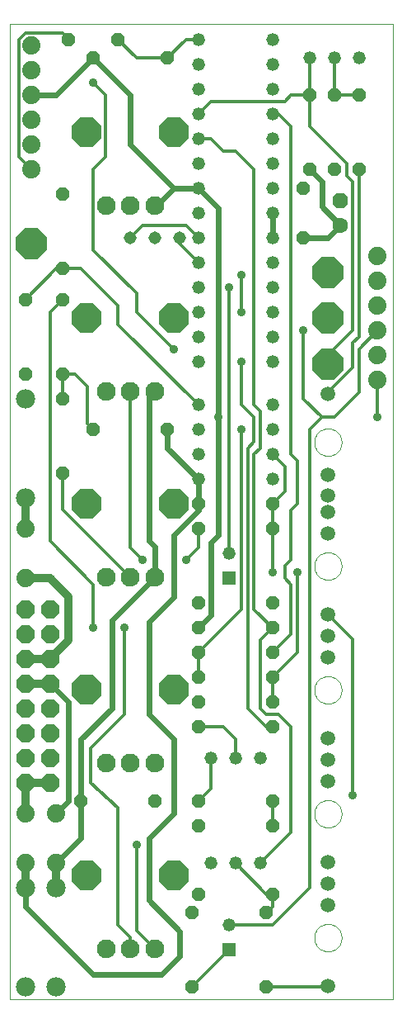
<source format=gtl>
G75*
%MOIN*%
%OFA0B0*%
%FSLAX24Y24*%
%IPPOS*%
%LPD*%
%AMOC8*
5,1,8,0,0,1.08239X$1,22.5*
%
%ADD10C,0.0000*%
%ADD11C,0.0520*%
%ADD12OC8,0.0520*%
%ADD13C,0.0594*%
%ADD14C,0.0760*%
%ADD15OC8,0.1181*%
%ADD16OC8,0.1266*%
%ADD17C,0.0515*%
%ADD18C,0.0740*%
%ADD19C,0.0780*%
%ADD20OC8,0.0740*%
%ADD21OC8,0.0630*%
%ADD22C,0.0630*%
%ADD23R,0.0520X0.0520*%
%ADD24OC8,0.1240*%
%ADD25C,0.0320*%
%ADD26C,0.0240*%
%ADD27C,0.0120*%
%ADD28C,0.0356*%
D10*
X003378Y002393D02*
X018885Y002393D01*
X018885Y041763D01*
X003378Y041763D01*
X003378Y002393D01*
X015709Y004893D02*
X015711Y004940D01*
X015717Y004986D01*
X015727Y005032D01*
X015740Y005077D01*
X015758Y005120D01*
X015779Y005162D01*
X015803Y005202D01*
X015831Y005239D01*
X015862Y005274D01*
X015896Y005307D01*
X015932Y005336D01*
X015971Y005362D01*
X016012Y005385D01*
X016055Y005404D01*
X016099Y005420D01*
X016144Y005432D01*
X016190Y005440D01*
X016237Y005444D01*
X016283Y005444D01*
X016330Y005440D01*
X016376Y005432D01*
X016421Y005420D01*
X016465Y005404D01*
X016508Y005385D01*
X016549Y005362D01*
X016588Y005336D01*
X016624Y005307D01*
X016658Y005274D01*
X016689Y005239D01*
X016717Y005202D01*
X016741Y005162D01*
X016762Y005120D01*
X016780Y005077D01*
X016793Y005032D01*
X016803Y004986D01*
X016809Y004940D01*
X016811Y004893D01*
X016809Y004846D01*
X016803Y004800D01*
X016793Y004754D01*
X016780Y004709D01*
X016762Y004666D01*
X016741Y004624D01*
X016717Y004584D01*
X016689Y004547D01*
X016658Y004512D01*
X016624Y004479D01*
X016588Y004450D01*
X016549Y004424D01*
X016508Y004401D01*
X016465Y004382D01*
X016421Y004366D01*
X016376Y004354D01*
X016330Y004346D01*
X016283Y004342D01*
X016237Y004342D01*
X016190Y004346D01*
X016144Y004354D01*
X016099Y004366D01*
X016055Y004382D01*
X016012Y004401D01*
X015971Y004424D01*
X015932Y004450D01*
X015896Y004479D01*
X015862Y004512D01*
X015831Y004547D01*
X015803Y004584D01*
X015779Y004624D01*
X015758Y004666D01*
X015740Y004709D01*
X015727Y004754D01*
X015717Y004800D01*
X015711Y004846D01*
X015709Y004893D01*
X015709Y009893D02*
X015711Y009940D01*
X015717Y009986D01*
X015727Y010032D01*
X015740Y010077D01*
X015758Y010120D01*
X015779Y010162D01*
X015803Y010202D01*
X015831Y010239D01*
X015862Y010274D01*
X015896Y010307D01*
X015932Y010336D01*
X015971Y010362D01*
X016012Y010385D01*
X016055Y010404D01*
X016099Y010420D01*
X016144Y010432D01*
X016190Y010440D01*
X016237Y010444D01*
X016283Y010444D01*
X016330Y010440D01*
X016376Y010432D01*
X016421Y010420D01*
X016465Y010404D01*
X016508Y010385D01*
X016549Y010362D01*
X016588Y010336D01*
X016624Y010307D01*
X016658Y010274D01*
X016689Y010239D01*
X016717Y010202D01*
X016741Y010162D01*
X016762Y010120D01*
X016780Y010077D01*
X016793Y010032D01*
X016803Y009986D01*
X016809Y009940D01*
X016811Y009893D01*
X016809Y009846D01*
X016803Y009800D01*
X016793Y009754D01*
X016780Y009709D01*
X016762Y009666D01*
X016741Y009624D01*
X016717Y009584D01*
X016689Y009547D01*
X016658Y009512D01*
X016624Y009479D01*
X016588Y009450D01*
X016549Y009424D01*
X016508Y009401D01*
X016465Y009382D01*
X016421Y009366D01*
X016376Y009354D01*
X016330Y009346D01*
X016283Y009342D01*
X016237Y009342D01*
X016190Y009346D01*
X016144Y009354D01*
X016099Y009366D01*
X016055Y009382D01*
X016012Y009401D01*
X015971Y009424D01*
X015932Y009450D01*
X015896Y009479D01*
X015862Y009512D01*
X015831Y009547D01*
X015803Y009584D01*
X015779Y009624D01*
X015758Y009666D01*
X015740Y009709D01*
X015727Y009754D01*
X015717Y009800D01*
X015711Y009846D01*
X015709Y009893D01*
X015709Y014893D02*
X015711Y014940D01*
X015717Y014986D01*
X015727Y015032D01*
X015740Y015077D01*
X015758Y015120D01*
X015779Y015162D01*
X015803Y015202D01*
X015831Y015239D01*
X015862Y015274D01*
X015896Y015307D01*
X015932Y015336D01*
X015971Y015362D01*
X016012Y015385D01*
X016055Y015404D01*
X016099Y015420D01*
X016144Y015432D01*
X016190Y015440D01*
X016237Y015444D01*
X016283Y015444D01*
X016330Y015440D01*
X016376Y015432D01*
X016421Y015420D01*
X016465Y015404D01*
X016508Y015385D01*
X016549Y015362D01*
X016588Y015336D01*
X016624Y015307D01*
X016658Y015274D01*
X016689Y015239D01*
X016717Y015202D01*
X016741Y015162D01*
X016762Y015120D01*
X016780Y015077D01*
X016793Y015032D01*
X016803Y014986D01*
X016809Y014940D01*
X016811Y014893D01*
X016809Y014846D01*
X016803Y014800D01*
X016793Y014754D01*
X016780Y014709D01*
X016762Y014666D01*
X016741Y014624D01*
X016717Y014584D01*
X016689Y014547D01*
X016658Y014512D01*
X016624Y014479D01*
X016588Y014450D01*
X016549Y014424D01*
X016508Y014401D01*
X016465Y014382D01*
X016421Y014366D01*
X016376Y014354D01*
X016330Y014346D01*
X016283Y014342D01*
X016237Y014342D01*
X016190Y014346D01*
X016144Y014354D01*
X016099Y014366D01*
X016055Y014382D01*
X016012Y014401D01*
X015971Y014424D01*
X015932Y014450D01*
X015896Y014479D01*
X015862Y014512D01*
X015831Y014547D01*
X015803Y014584D01*
X015779Y014624D01*
X015758Y014666D01*
X015740Y014709D01*
X015727Y014754D01*
X015717Y014800D01*
X015711Y014846D01*
X015709Y014893D01*
X015709Y019893D02*
X015711Y019940D01*
X015717Y019986D01*
X015727Y020032D01*
X015740Y020077D01*
X015758Y020120D01*
X015779Y020162D01*
X015803Y020202D01*
X015831Y020239D01*
X015862Y020274D01*
X015896Y020307D01*
X015932Y020336D01*
X015971Y020362D01*
X016012Y020385D01*
X016055Y020404D01*
X016099Y020420D01*
X016144Y020432D01*
X016190Y020440D01*
X016237Y020444D01*
X016283Y020444D01*
X016330Y020440D01*
X016376Y020432D01*
X016421Y020420D01*
X016465Y020404D01*
X016508Y020385D01*
X016549Y020362D01*
X016588Y020336D01*
X016624Y020307D01*
X016658Y020274D01*
X016689Y020239D01*
X016717Y020202D01*
X016741Y020162D01*
X016762Y020120D01*
X016780Y020077D01*
X016793Y020032D01*
X016803Y019986D01*
X016809Y019940D01*
X016811Y019893D01*
X016809Y019846D01*
X016803Y019800D01*
X016793Y019754D01*
X016780Y019709D01*
X016762Y019666D01*
X016741Y019624D01*
X016717Y019584D01*
X016689Y019547D01*
X016658Y019512D01*
X016624Y019479D01*
X016588Y019450D01*
X016549Y019424D01*
X016508Y019401D01*
X016465Y019382D01*
X016421Y019366D01*
X016376Y019354D01*
X016330Y019346D01*
X016283Y019342D01*
X016237Y019342D01*
X016190Y019346D01*
X016144Y019354D01*
X016099Y019366D01*
X016055Y019382D01*
X016012Y019401D01*
X015971Y019424D01*
X015932Y019450D01*
X015896Y019479D01*
X015862Y019512D01*
X015831Y019547D01*
X015803Y019584D01*
X015779Y019624D01*
X015758Y019666D01*
X015740Y019709D01*
X015727Y019754D01*
X015717Y019800D01*
X015711Y019846D01*
X015709Y019893D01*
X015709Y024893D02*
X015711Y024940D01*
X015717Y024986D01*
X015727Y025032D01*
X015740Y025077D01*
X015758Y025120D01*
X015779Y025162D01*
X015803Y025202D01*
X015831Y025239D01*
X015862Y025274D01*
X015896Y025307D01*
X015932Y025336D01*
X015971Y025362D01*
X016012Y025385D01*
X016055Y025404D01*
X016099Y025420D01*
X016144Y025432D01*
X016190Y025440D01*
X016237Y025444D01*
X016283Y025444D01*
X016330Y025440D01*
X016376Y025432D01*
X016421Y025420D01*
X016465Y025404D01*
X016508Y025385D01*
X016549Y025362D01*
X016588Y025336D01*
X016624Y025307D01*
X016658Y025274D01*
X016689Y025239D01*
X016717Y025202D01*
X016741Y025162D01*
X016762Y025120D01*
X016780Y025077D01*
X016793Y025032D01*
X016803Y024986D01*
X016809Y024940D01*
X016811Y024893D01*
X016809Y024846D01*
X016803Y024800D01*
X016793Y024754D01*
X016780Y024709D01*
X016762Y024666D01*
X016741Y024624D01*
X016717Y024584D01*
X016689Y024547D01*
X016658Y024512D01*
X016624Y024479D01*
X016588Y024450D01*
X016549Y024424D01*
X016508Y024401D01*
X016465Y024382D01*
X016421Y024366D01*
X016376Y024354D01*
X016330Y024346D01*
X016283Y024342D01*
X016237Y024342D01*
X016190Y024346D01*
X016144Y024354D01*
X016099Y024366D01*
X016055Y024382D01*
X016012Y024401D01*
X015971Y024424D01*
X015932Y024450D01*
X015896Y024479D01*
X015862Y024512D01*
X015831Y024547D01*
X015803Y024584D01*
X015779Y024624D01*
X015758Y024666D01*
X015740Y024709D01*
X015727Y024754D01*
X015717Y024800D01*
X015711Y024846D01*
X015709Y024893D01*
D11*
X014010Y024393D03*
X014010Y023393D03*
X014010Y025393D03*
X014010Y026393D03*
X014010Y028143D03*
X014010Y029143D03*
X014010Y030143D03*
X014010Y031143D03*
X014010Y032143D03*
X014010Y033143D03*
X014010Y034143D03*
X014010Y035143D03*
X014010Y036143D03*
X014010Y037143D03*
X014010Y038143D03*
X014010Y039143D03*
X014010Y040143D03*
X014010Y041143D03*
X015510Y040393D03*
X016510Y040393D03*
X017510Y040393D03*
X011010Y040143D03*
X011010Y039143D03*
X011010Y038143D03*
X011010Y037143D03*
X011010Y036143D03*
X011010Y035143D03*
X011010Y034143D03*
X011010Y033143D03*
X011010Y032143D03*
X011010Y031143D03*
X011010Y030143D03*
X011010Y029143D03*
X011010Y028143D03*
X011010Y026393D03*
X011010Y025393D03*
X011010Y024393D03*
X011010Y023393D03*
X012260Y020393D03*
X012510Y012143D03*
X013510Y012143D03*
X011510Y012143D03*
X011510Y007893D03*
X012510Y007893D03*
X013510Y007893D03*
X012260Y005393D03*
X011010Y041143D03*
D12*
X009760Y040393D03*
X007760Y041143D03*
X006760Y040393D03*
X005760Y041143D03*
X005510Y034893D03*
X005510Y031893D03*
X005510Y030643D03*
X005510Y027643D03*
X005510Y026643D03*
X006760Y025393D03*
X005510Y023643D03*
X004010Y027643D03*
X004010Y030643D03*
X009760Y025393D03*
X011010Y022393D03*
X011010Y021393D03*
X011010Y018393D03*
X011010Y017393D03*
X011010Y016393D03*
X011010Y015393D03*
X011010Y014393D03*
X011010Y013393D03*
X011010Y010393D03*
X011010Y009393D03*
X011010Y006643D03*
X010760Y005893D03*
X010760Y002893D03*
X013760Y002893D03*
X013760Y005893D03*
X014010Y006643D03*
X014010Y009393D03*
X014010Y010393D03*
X014010Y013393D03*
X014010Y014393D03*
X014010Y015393D03*
X014010Y016393D03*
X014010Y017393D03*
X014010Y018393D03*
X014010Y021393D03*
X014010Y022393D03*
X015260Y033143D03*
X015260Y035143D03*
X015510Y035893D03*
X016510Y035893D03*
X017510Y035893D03*
X017510Y038893D03*
X016510Y038893D03*
X015510Y038893D03*
X009260Y010393D03*
X006260Y010393D03*
D13*
X016260Y011224D03*
X016260Y012059D03*
X016260Y012956D03*
X016260Y016224D03*
X016260Y017059D03*
X016260Y017956D03*
X016260Y021224D03*
X016260Y022059D03*
X016260Y022728D03*
X016260Y023563D03*
X016260Y026830D03*
X016260Y007956D03*
X016260Y007059D03*
X016260Y006224D03*
X016260Y002956D03*
D14*
X009244Y004441D03*
X008260Y004441D03*
X007275Y004441D03*
X007275Y011941D03*
X008260Y011941D03*
X009244Y011941D03*
X009244Y019441D03*
X008260Y019441D03*
X007275Y019441D03*
X007275Y026941D03*
X008260Y026941D03*
X009244Y026941D03*
X009244Y034441D03*
X008260Y034441D03*
X007275Y034441D03*
D15*
X006488Y037393D03*
X006488Y029893D03*
X010031Y029893D03*
X010031Y037393D03*
X010031Y022393D03*
X006488Y022393D03*
X006488Y014893D03*
X010031Y014893D03*
X010031Y007393D03*
X006488Y007393D03*
D16*
X016260Y028043D03*
X016260Y029893D03*
X016260Y031743D03*
D17*
X010260Y033143D03*
X009260Y033143D03*
X008260Y033143D03*
D18*
X004260Y035893D03*
X004260Y036893D03*
X004260Y037893D03*
X004260Y038893D03*
X004260Y039893D03*
X004260Y040893D03*
X004010Y021393D03*
X004010Y019393D03*
X004010Y009893D03*
X004010Y007893D03*
X005260Y007893D03*
X005260Y009893D03*
X018260Y027393D03*
X018260Y028393D03*
X018260Y029393D03*
X018260Y030393D03*
X018260Y031393D03*
X018260Y032393D03*
D19*
X005260Y006893D03*
X004010Y006893D03*
X004010Y002893D03*
X005260Y002893D03*
X004010Y022643D03*
X004010Y026643D03*
D20*
X004010Y018143D03*
X004010Y017143D03*
X004010Y016143D03*
X004010Y015143D03*
X004010Y014143D03*
X004010Y013143D03*
X004010Y012143D03*
X004010Y011143D03*
X005010Y011143D03*
X005010Y012143D03*
X005010Y013143D03*
X005010Y014143D03*
X005010Y015143D03*
X005010Y016143D03*
X005010Y017143D03*
X005010Y018143D03*
D21*
X016760Y034643D03*
D22*
X016760Y033643D03*
D23*
X012260Y019393D03*
X012260Y004393D03*
D24*
X004260Y032893D03*
D25*
X004010Y022643D02*
X004010Y021393D01*
X004010Y019393D02*
X005010Y019393D01*
X005760Y018643D01*
X005760Y016893D01*
X005010Y016143D01*
X004010Y016143D01*
X004010Y015143D02*
X005010Y015143D01*
X005010Y011143D02*
X004010Y011143D01*
X004010Y009893D01*
X004010Y007893D02*
X004010Y006893D01*
X005260Y006893D02*
X005260Y007893D01*
D26*
X006260Y008893D01*
X006260Y010393D01*
X006260Y012893D01*
X007510Y014143D01*
X007510Y017706D01*
X009244Y019441D01*
X009244Y020659D01*
X009010Y020893D01*
X009010Y026706D01*
X009244Y026941D01*
X009760Y025393D02*
X009760Y024643D01*
X011010Y023393D01*
X011010Y022393D01*
X011010Y022143D01*
X010010Y021143D01*
X010010Y018643D01*
X009010Y017643D01*
X009010Y013893D01*
X010010Y012893D01*
X010010Y009893D01*
X009010Y008893D01*
X009010Y006393D01*
X010260Y005143D01*
X010260Y004143D01*
X009510Y003393D01*
X006760Y003393D01*
X004010Y006143D01*
X004010Y006893D01*
X005260Y009893D02*
X005760Y010393D01*
X005760Y014393D01*
X005010Y015143D01*
X011010Y017393D02*
X011510Y017893D01*
X011510Y020843D01*
X011810Y021143D01*
X011810Y025893D01*
X011810Y034343D01*
X011010Y035143D01*
X010010Y035143D01*
X009307Y034441D01*
X009244Y034441D01*
X010010Y035143D02*
X008260Y036893D01*
X008260Y038893D01*
X006760Y040393D01*
X005260Y038893D01*
X004260Y038893D01*
X014010Y034143D02*
X014010Y033143D01*
X015260Y033143D02*
X016260Y033143D01*
X016760Y033643D01*
X016010Y034393D01*
X016010Y035393D01*
X015510Y035893D01*
D27*
X017010Y036143D02*
X015510Y037643D01*
X015510Y038893D01*
X014760Y038893D01*
X014510Y038643D01*
X011510Y038643D01*
X011010Y038143D01*
X011010Y037143D02*
X011510Y037143D01*
X012010Y036643D01*
X012510Y036643D01*
X013260Y035893D01*
X013260Y026393D01*
X013510Y026143D01*
X013510Y024643D01*
X013260Y024393D01*
X013260Y018143D01*
X014010Y017393D01*
X013510Y016893D01*
X013510Y014143D01*
X013760Y013893D01*
X014260Y013893D01*
X014760Y013393D01*
X014760Y009143D01*
X013510Y007893D01*
X012510Y007893D02*
X013760Y006643D01*
X014010Y006643D01*
X014010Y006143D01*
X013760Y005893D01*
X014010Y005393D02*
X012260Y005393D01*
X012260Y004393D02*
X010760Y002893D01*
X009244Y004441D02*
X008510Y005175D01*
X008510Y008643D01*
X007760Y010143D02*
X006660Y011143D01*
X006660Y012543D01*
X008010Y013893D01*
X008010Y017393D01*
X008260Y019441D02*
X005510Y022191D01*
X005510Y023643D01*
X006760Y025393D02*
X006510Y025643D01*
X006510Y027143D01*
X006010Y027643D01*
X005510Y027643D01*
X005510Y026643D01*
X005010Y030143D02*
X005510Y030643D01*
X005010Y030143D02*
X005010Y020893D01*
X006760Y019143D01*
X006760Y017393D01*
X008760Y020143D02*
X008260Y020643D01*
X008260Y026941D01*
X007760Y029643D02*
X011010Y026393D01*
X010010Y028643D02*
X008510Y030143D01*
X008510Y030893D01*
X006760Y032643D01*
X006760Y035893D01*
X007260Y036393D01*
X007260Y038893D01*
X006760Y039393D01*
X008510Y040393D02*
X007760Y041143D01*
X008510Y040393D02*
X009760Y040393D01*
X010510Y041143D01*
X011010Y041143D01*
X014010Y038143D02*
X014260Y038143D01*
X014760Y037643D01*
X014760Y024393D01*
X015010Y024143D01*
X015010Y022393D01*
X014760Y022143D01*
X014760Y020143D01*
X014510Y019893D01*
X014510Y019393D01*
X014760Y019143D01*
X014760Y017143D01*
X014010Y016393D01*
X015010Y016393D02*
X014010Y015393D01*
X014010Y014393D01*
X014010Y013393D02*
X013760Y013393D01*
X013010Y014143D01*
X013010Y024643D01*
X013260Y024893D01*
X013260Y025893D01*
X012760Y026393D01*
X012760Y028143D01*
X012760Y030143D02*
X012760Y031643D01*
X012260Y031143D02*
X012260Y020393D01*
X012760Y018143D02*
X011010Y016393D01*
X011010Y015393D01*
X011010Y013393D02*
X012010Y013393D01*
X012510Y012893D01*
X012510Y012143D01*
X011510Y012143D02*
X011510Y010893D01*
X011010Y010393D01*
X007760Y005393D02*
X008260Y004893D01*
X008260Y004441D01*
X007760Y005393D02*
X007760Y010143D01*
X010510Y020143D02*
X011010Y020643D01*
X011010Y021393D01*
X012760Y018143D02*
X012760Y025393D01*
X014010Y024393D02*
X014510Y023893D01*
X014510Y022893D01*
X014010Y022393D01*
X014010Y021393D01*
X014010Y019643D01*
X015010Y019643D02*
X015010Y016393D01*
X016260Y017956D02*
X017260Y016956D01*
X017260Y010643D01*
X015510Y006893D02*
X014010Y005393D01*
X013760Y002893D02*
X016073Y002893D01*
X016260Y002956D01*
X015510Y006893D02*
X015510Y025393D01*
X016010Y025893D01*
X015260Y026643D01*
X015260Y029393D01*
X016260Y028393D02*
X016260Y028043D01*
X016260Y028393D02*
X017260Y029393D01*
X017260Y035393D01*
X017010Y035643D01*
X017010Y036143D01*
X017510Y035893D02*
X017510Y029143D01*
X017260Y028893D01*
X017260Y027893D01*
X016260Y026893D01*
X016260Y026830D01*
X016510Y025893D02*
X016010Y025893D01*
X016510Y025893D02*
X017510Y026893D01*
X017510Y028643D01*
X018260Y029393D01*
X018260Y027393D02*
X018260Y025893D01*
X017510Y038893D02*
X016510Y038893D01*
X016510Y040393D01*
X015510Y040393D02*
X015510Y038893D01*
X010510Y033643D02*
X011010Y033143D01*
X010510Y033643D02*
X008760Y033643D01*
X008260Y033143D01*
X006260Y031893D02*
X007760Y030393D01*
X007760Y029643D01*
X006260Y031893D02*
X005510Y031893D01*
X005260Y031893D01*
X004010Y030643D01*
X004260Y035893D02*
X003760Y036393D01*
X003760Y041143D01*
X004010Y041393D01*
X005510Y041393D01*
X005760Y041143D01*
X010260Y033143D02*
X010260Y032893D01*
X011010Y032143D01*
X014010Y010393D02*
X014010Y009393D01*
D28*
X017260Y010643D03*
X015010Y019643D03*
X014010Y019643D03*
X012760Y025393D03*
X011810Y025893D03*
X012760Y028143D03*
X012760Y030143D03*
X012260Y031143D03*
X012760Y031643D03*
X015260Y029393D03*
X018260Y025893D03*
X010510Y020143D03*
X008760Y020143D03*
X008010Y017393D03*
X006760Y017393D03*
X008510Y008643D03*
X010010Y028643D03*
X006760Y039393D03*
M02*

</source>
